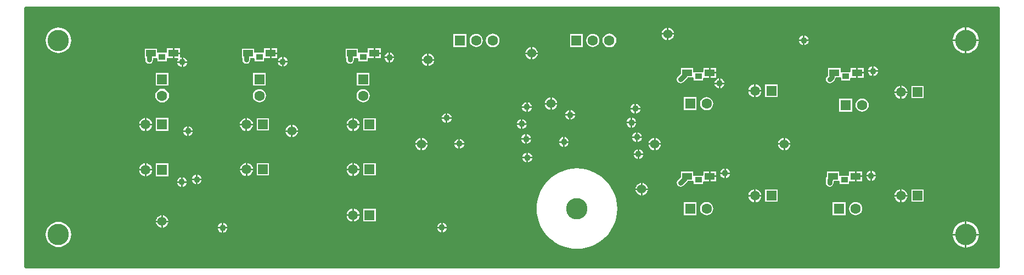
<source format=gbl>
G04*
G04 #@! TF.GenerationSoftware,Altium Limited,Altium Designer,21.7.1 (17)*
G04*
G04 Layer_Physical_Order=2*
G04 Layer_Color=16711680*
%FSLAX25Y25*%
%MOIN*%
G70*
G04*
G04 #@! TF.SameCoordinates,69AEE675-6442-4B96-895B-D7522D75E31D*
G04*
G04*
G04 #@! TF.FilePolarity,Positive*
G04*
G01*
G75*
%ADD11C,0.01968*%
%ADD51C,0.03000*%
%ADD52R,0.06299X0.06299*%
%ADD53C,0.06299*%
%ADD54C,0.13000*%
%ADD55R,0.06299X0.06299*%
%ADD56C,0.06299*%
%ADD57R,0.06299X0.06299*%
%ADD58C,0.05906*%
%ADD59R,0.05906X0.05906*%
%ADD60C,0.03937*%
%ADD61C,0.05512*%
%ADD62C,0.02756*%
%ADD63R,0.03937X0.03543*%
%ADD64R,0.05906X0.03937*%
G36*
X590551Y0D02*
Y-157480D01*
X0Y-157480D01*
Y0D01*
X590551Y0D01*
D02*
G37*
%LPC*%
G36*
X390264Y-12026D02*
Y-15248D01*
X393486D01*
X393423Y-14767D01*
X393044Y-13854D01*
X392442Y-13069D01*
X391658Y-12467D01*
X390744Y-12089D01*
X390264Y-12026D01*
D02*
G37*
G36*
X389264D02*
X388783Y-12089D01*
X387870Y-12467D01*
X387085Y-13069D01*
X386483Y-13854D01*
X386105Y-14767D01*
X386041Y-15248D01*
X389264D01*
Y-12026D01*
D02*
G37*
G36*
X571366Y-11796D02*
Y-19185D01*
X578755D01*
X578652Y-18136D01*
X578200Y-16647D01*
X577466Y-15275D01*
X576479Y-14072D01*
X575276Y-13085D01*
X573904Y-12351D01*
X572415Y-11899D01*
X571366Y-11796D01*
D02*
G37*
G36*
X570366D02*
X569317Y-11899D01*
X567828Y-12351D01*
X566456Y-13085D01*
X565253Y-14072D01*
X564266Y-15275D01*
X563532Y-16647D01*
X563081Y-18136D01*
X562977Y-19185D01*
X570366D01*
Y-11796D01*
D02*
G37*
G36*
X472941Y-16757D02*
Y-19185D01*
X475369D01*
X475333Y-18910D01*
X475034Y-18188D01*
X474558Y-17568D01*
X473938Y-17092D01*
X473216Y-16793D01*
X472941Y-16757D01*
D02*
G37*
G36*
X471941D02*
X471666Y-16793D01*
X470944Y-17092D01*
X470324Y-17568D01*
X469848Y-18188D01*
X469549Y-18910D01*
X469513Y-19185D01*
X471941D01*
Y-16757D01*
D02*
G37*
G36*
X393486Y-16248D02*
X390264D01*
Y-19470D01*
X390744Y-19407D01*
X391658Y-19029D01*
X392442Y-18427D01*
X393044Y-17642D01*
X393423Y-16728D01*
X393486Y-16248D01*
D02*
G37*
G36*
X389264D02*
X386041D01*
X386105Y-16728D01*
X386483Y-17642D01*
X387085Y-18427D01*
X387870Y-19029D01*
X388783Y-19407D01*
X389264Y-19470D01*
Y-16248D01*
D02*
G37*
G36*
X475369Y-20185D02*
X472941D01*
Y-22613D01*
X473216Y-22577D01*
X473938Y-22278D01*
X474558Y-21802D01*
X475034Y-21182D01*
X475333Y-20460D01*
X475369Y-20185D01*
D02*
G37*
G36*
X471941D02*
X469513D01*
X469549Y-20460D01*
X469848Y-21182D01*
X470324Y-21802D01*
X470944Y-22278D01*
X471666Y-22577D01*
X471941Y-22613D01*
Y-20185D01*
D02*
G37*
G36*
X338280Y-15735D02*
X330381D01*
Y-23635D01*
X338280D01*
Y-15735D01*
D02*
G37*
G36*
X267414D02*
X259515D01*
Y-23635D01*
X267414D01*
Y-15735D01*
D02*
G37*
G36*
X344331Y-15701D02*
X343300Y-15837D01*
X342339Y-16235D01*
X341514Y-16868D01*
X340881Y-17693D01*
X340483Y-18654D01*
X340347Y-19685D01*
X340483Y-20716D01*
X340881Y-21677D01*
X341514Y-22502D01*
X342339Y-23135D01*
X343300Y-23533D01*
X344331Y-23669D01*
X345362Y-23533D01*
X346323Y-23135D01*
X347148Y-22502D01*
X347781Y-21677D01*
X348179Y-20716D01*
X348314Y-19685D01*
X348179Y-18654D01*
X347781Y-17693D01*
X347148Y-16868D01*
X346323Y-16235D01*
X345362Y-15837D01*
X344331Y-15701D01*
D02*
G37*
G36*
X273465D02*
X272433Y-15837D01*
X271473Y-16235D01*
X270648Y-16868D01*
X270015Y-17693D01*
X269617Y-18654D01*
X269481Y-19685D01*
X269617Y-20716D01*
X270015Y-21677D01*
X270648Y-22502D01*
X271473Y-23135D01*
X272433Y-23533D01*
X273465Y-23669D01*
X274496Y-23533D01*
X275456Y-23135D01*
X276281Y-22502D01*
X276915Y-21677D01*
X277312Y-20716D01*
X277448Y-19685D01*
X277312Y-18654D01*
X276915Y-17693D01*
X276281Y-16868D01*
X275456Y-16235D01*
X274496Y-15837D01*
X273465Y-15701D01*
D02*
G37*
G36*
X354331Y-15500D02*
X353247Y-15642D01*
X352238Y-16060D01*
X351371Y-16725D01*
X350706Y-17592D01*
X350288Y-18602D01*
X350145Y-19685D01*
X350288Y-20768D01*
X350706Y-21778D01*
X351371Y-22645D01*
X352238Y-23310D01*
X353247Y-23728D01*
X354331Y-23870D01*
X355414Y-23728D01*
X356423Y-23310D01*
X357290Y-22645D01*
X357955Y-21778D01*
X358373Y-20768D01*
X358516Y-19685D01*
X358373Y-18602D01*
X357955Y-17592D01*
X357290Y-16725D01*
X356423Y-16060D01*
X355414Y-15642D01*
X354331Y-15500D01*
D02*
G37*
G36*
X283465D02*
X282381Y-15642D01*
X281372Y-16060D01*
X280505Y-16725D01*
X279840Y-17592D01*
X279422Y-18602D01*
X279279Y-19685D01*
X279422Y-20768D01*
X279840Y-21778D01*
X280505Y-22645D01*
X281372Y-23310D01*
X282381Y-23728D01*
X283465Y-23870D01*
X284548Y-23728D01*
X285557Y-23310D01*
X286424Y-22645D01*
X287089Y-21778D01*
X287507Y-20768D01*
X287650Y-19685D01*
X287507Y-18602D01*
X287089Y-17592D01*
X286424Y-16725D01*
X285557Y-16060D01*
X284548Y-15642D01*
X283465Y-15500D01*
D02*
G37*
G36*
X307587Y-23837D02*
Y-27059D01*
X310809D01*
X310746Y-26579D01*
X310367Y-25665D01*
X309765Y-24880D01*
X308981Y-24278D01*
X308067Y-23900D01*
X307587Y-23837D01*
D02*
G37*
G36*
X306587D02*
X306106Y-23900D01*
X305192Y-24278D01*
X304408Y-24880D01*
X303806Y-25665D01*
X303427Y-26579D01*
X303364Y-27059D01*
X306587D01*
Y-23837D01*
D02*
G37*
G36*
X215567Y-24591D02*
X212114D01*
Y-27059D01*
X215567D01*
Y-24591D01*
D02*
G37*
G36*
X152575D02*
X149122D01*
Y-27059D01*
X152575D01*
Y-24591D01*
D02*
G37*
G36*
X93520D02*
X90067D01*
Y-27059D01*
X93520D01*
Y-24591D01*
D02*
G37*
G36*
X211114D02*
X207661D01*
Y-26723D01*
X207493Y-27153D01*
X207161Y-27153D01*
X202087D01*
X201956Y-27153D01*
X201587Y-26835D01*
Y-24791D01*
X194082D01*
Y-30328D01*
X194505D01*
Y-31496D01*
X194684Y-32394D01*
X195192Y-33154D01*
X195953Y-33663D01*
X196850Y-33841D01*
X197748Y-33663D01*
X198509Y-33154D01*
X199017Y-32394D01*
X199196Y-31496D01*
Y-30328D01*
X201456D01*
X201587Y-30328D01*
X201956Y-30645D01*
Y-32296D01*
X207493D01*
Y-30958D01*
X207661Y-30528D01*
X207993Y-30528D01*
X211114D01*
Y-27559D01*
Y-24591D01*
D02*
G37*
G36*
X148122D02*
X144669D01*
Y-26723D01*
X144501Y-27153D01*
X144169Y-27153D01*
X139095D01*
X138964Y-27153D01*
X138595Y-26835D01*
Y-24791D01*
X131090D01*
Y-30328D01*
X131513D01*
Y-31496D01*
X131692Y-32394D01*
X132200Y-33154D01*
X132961Y-33663D01*
X133858Y-33841D01*
X134756Y-33663D01*
X135517Y-33154D01*
X136025Y-32394D01*
X136203Y-31496D01*
Y-30328D01*
X138464D01*
X138595Y-30328D01*
X138964Y-30645D01*
Y-32296D01*
X144501D01*
Y-30958D01*
X144669Y-30528D01*
X145001Y-30528D01*
X148122D01*
Y-27559D01*
Y-24591D01*
D02*
G37*
G36*
X89067D02*
X85614D01*
Y-26723D01*
X85446Y-27153D01*
X85114Y-27153D01*
X80040D01*
X79909Y-27153D01*
X79540Y-26835D01*
Y-24791D01*
X72035D01*
Y-30328D01*
X72458D01*
Y-31496D01*
X72637Y-32394D01*
X73145Y-33154D01*
X73906Y-33663D01*
X74803Y-33841D01*
X75701Y-33663D01*
X76461Y-33154D01*
X76970Y-32394D01*
X77148Y-31496D01*
Y-30328D01*
X79409D01*
X79540Y-30328D01*
X79909Y-30645D01*
Y-32296D01*
X85446D01*
Y-30958D01*
X85614Y-30528D01*
X85946Y-30528D01*
X89067D01*
Y-27559D01*
Y-24591D01*
D02*
G37*
G36*
X19685Y-11948D02*
X18176Y-12096D01*
X16724Y-12537D01*
X15386Y-13252D01*
X14214Y-14214D01*
X13252Y-15386D01*
X12537Y-16724D01*
X12096Y-18176D01*
X11948Y-19685D01*
X12096Y-21194D01*
X12537Y-22646D01*
X13252Y-23984D01*
X14214Y-25156D01*
X15386Y-26118D01*
X16724Y-26833D01*
X18176Y-27274D01*
X19685Y-27422D01*
X21194Y-27274D01*
X22646Y-26833D01*
X23984Y-26118D01*
X25156Y-25156D01*
X26118Y-23984D01*
X26833Y-22646D01*
X27274Y-21194D01*
X27422Y-19685D01*
X27274Y-18176D01*
X26833Y-16724D01*
X26118Y-15386D01*
X25156Y-14214D01*
X23984Y-13252D01*
X22646Y-12537D01*
X21194Y-12096D01*
X19685Y-11948D01*
D02*
G37*
G36*
X578755Y-20185D02*
X571366D01*
Y-27574D01*
X572415Y-27471D01*
X573904Y-27019D01*
X575276Y-26285D01*
X576479Y-25298D01*
X577466Y-24095D01*
X578200Y-22723D01*
X578652Y-21234D01*
X578755Y-20185D01*
D02*
G37*
G36*
X570366D02*
X562977D01*
X563081Y-21234D01*
X563532Y-22723D01*
X564266Y-24095D01*
X565253Y-25298D01*
X566456Y-26285D01*
X567828Y-27019D01*
X569317Y-27471D01*
X570366Y-27574D01*
Y-20185D01*
D02*
G37*
G36*
X221266Y-27182D02*
Y-29610D01*
X223695D01*
X223658Y-29335D01*
X223359Y-28613D01*
X222884Y-27993D01*
X222263Y-27517D01*
X221541Y-27218D01*
X221266Y-27182D01*
D02*
G37*
G36*
X220266D02*
X219991Y-27218D01*
X219269Y-27517D01*
X218649Y-27993D01*
X218173Y-28613D01*
X217874Y-29335D01*
X217838Y-29610D01*
X220266D01*
Y-27182D01*
D02*
G37*
G36*
X215567Y-28059D02*
X212114D01*
Y-30528D01*
X215567D01*
Y-28059D01*
D02*
G37*
G36*
X152575D02*
X149122D01*
Y-30528D01*
X152575D01*
Y-28059D01*
D02*
G37*
G36*
X244595Y-27774D02*
Y-30996D01*
X247817D01*
X247754Y-30516D01*
X247375Y-29602D01*
X246773Y-28817D01*
X245989Y-28215D01*
X245075Y-27837D01*
X244595Y-27774D01*
D02*
G37*
G36*
X243595D02*
X243114Y-27837D01*
X242200Y-28215D01*
X241416Y-28817D01*
X240814Y-29602D01*
X240435Y-30516D01*
X240372Y-30996D01*
X243595D01*
Y-27774D01*
D02*
G37*
G36*
X310809Y-28059D02*
X307587D01*
Y-31282D01*
X308067Y-31218D01*
X308981Y-30840D01*
X309765Y-30238D01*
X310367Y-29453D01*
X310746Y-28540D01*
X310809Y-28059D01*
D02*
G37*
G36*
X306587D02*
X303364D01*
X303427Y-28540D01*
X303806Y-29453D01*
X304408Y-30238D01*
X305192Y-30840D01*
X306106Y-31218D01*
X306587Y-31282D01*
Y-28059D01*
D02*
G37*
G36*
X156448Y-29702D02*
Y-32130D01*
X158876D01*
X158840Y-31855D01*
X158541Y-31133D01*
X158065Y-30513D01*
X157445Y-30037D01*
X156723Y-29738D01*
X156448Y-29702D01*
D02*
G37*
G36*
X155448D02*
X155173Y-29738D01*
X154451Y-30037D01*
X153831Y-30513D01*
X153355Y-31133D01*
X153056Y-31855D01*
X153020Y-32130D01*
X155448D01*
Y-29702D01*
D02*
G37*
G36*
X95410Y-29982D02*
Y-32410D01*
X97838D01*
X97802Y-32135D01*
X97503Y-31413D01*
X97027Y-30793D01*
X96407Y-30317D01*
X95685Y-30018D01*
X95410Y-29982D01*
D02*
G37*
G36*
X93520Y-28059D02*
X90067D01*
Y-30528D01*
X92366D01*
X92612Y-31028D01*
X92317Y-31413D01*
X92018Y-32135D01*
X91981Y-32410D01*
X94410D01*
Y-29982D01*
X94135Y-30018D01*
X93935Y-30101D01*
X93520Y-29823D01*
Y-28059D01*
D02*
G37*
G36*
X223695Y-30610D02*
X221266D01*
Y-33038D01*
X221541Y-33002D01*
X222263Y-32703D01*
X222884Y-32227D01*
X223359Y-31607D01*
X223658Y-30885D01*
X223695Y-30610D01*
D02*
G37*
G36*
X220266D02*
X217838D01*
X217874Y-30885D01*
X218173Y-31607D01*
X218649Y-32227D01*
X219269Y-32703D01*
X219991Y-33002D01*
X220266Y-33038D01*
Y-30610D01*
D02*
G37*
G36*
X247817Y-31996D02*
X244595D01*
Y-35219D01*
X245075Y-35155D01*
X245989Y-34777D01*
X246773Y-34175D01*
X247375Y-33390D01*
X247754Y-32476D01*
X247817Y-31996D01*
D02*
G37*
G36*
X243595D02*
X240372D01*
X240435Y-32476D01*
X240814Y-33390D01*
X241416Y-34175D01*
X242200Y-34777D01*
X243114Y-35155D01*
X243595Y-35219D01*
Y-31996D01*
D02*
G37*
G36*
X158876Y-33130D02*
X156448D01*
Y-35558D01*
X156723Y-35522D01*
X157445Y-35223D01*
X158065Y-34747D01*
X158541Y-34127D01*
X158840Y-33405D01*
X158876Y-33130D01*
D02*
G37*
G36*
X155448D02*
X153020D01*
X153056Y-33405D01*
X153355Y-34127D01*
X153831Y-34747D01*
X154451Y-35223D01*
X155173Y-35522D01*
X155448Y-35558D01*
Y-33130D01*
D02*
G37*
G36*
X97838Y-33410D02*
X95410D01*
Y-35838D01*
X95685Y-35802D01*
X96407Y-35503D01*
X97027Y-35027D01*
X97503Y-34407D01*
X97802Y-33685D01*
X97838Y-33410D01*
D02*
G37*
G36*
X94410D02*
X91981D01*
X92018Y-33685D01*
X92317Y-34407D01*
X92792Y-35027D01*
X93413Y-35503D01*
X94135Y-35802D01*
X94410Y-35838D01*
Y-33410D01*
D02*
G37*
G36*
X514978Y-35441D02*
Y-37870D01*
X517407D01*
X517371Y-37595D01*
X517071Y-36873D01*
X516596Y-36253D01*
X515976Y-35777D01*
X515253Y-35478D01*
X514978Y-35441D01*
D02*
G37*
G36*
X513978D02*
X513703Y-35478D01*
X512981Y-35777D01*
X512361Y-36253D01*
X511885Y-36873D01*
X511586Y-37595D01*
X511550Y-37870D01*
X513978D01*
Y-35441D01*
D02*
G37*
G36*
X508716Y-36402D02*
X505264D01*
Y-38870D01*
X508716D01*
Y-36402D01*
D02*
G37*
G36*
X419307D02*
X415854D01*
Y-38870D01*
X419307D01*
Y-36402D01*
D02*
G37*
G36*
X504264D02*
X500811D01*
Y-38534D01*
X500642Y-38964D01*
X500311Y-38964D01*
X495237D01*
X495106Y-38964D01*
X494737Y-38646D01*
Y-36602D01*
X487231D01*
Y-39612D01*
X487186Y-39839D01*
Y-40993D01*
X486531Y-41649D01*
X486022Y-42410D01*
X485844Y-43307D01*
X486022Y-44205D01*
X486531Y-44965D01*
X487292Y-45474D01*
X488189Y-45652D01*
X489086Y-45474D01*
X489847Y-44965D01*
X491190Y-43623D01*
X491698Y-42862D01*
X491842Y-42139D01*
X494605D01*
X494737Y-42139D01*
X495106Y-42456D01*
Y-44107D01*
X500642D01*
Y-42769D01*
X500811Y-42339D01*
X501143Y-42339D01*
X504264D01*
Y-39370D01*
Y-36402D01*
D02*
G37*
G36*
X414854D02*
X411402D01*
Y-38534D01*
X411233Y-38964D01*
X410902Y-38964D01*
X405828D01*
X405696Y-38964D01*
X405328Y-38646D01*
Y-36602D01*
X397822D01*
Y-39612D01*
X397777Y-39839D01*
Y-39851D01*
X395980Y-41649D01*
X395471Y-42410D01*
X395293Y-43307D01*
Y-43419D01*
X395471Y-44317D01*
X395980Y-45077D01*
X396740Y-45586D01*
X397638Y-45764D01*
X398535Y-45586D01*
X399296Y-45077D01*
X399522Y-44740D01*
X401780Y-42481D01*
X402009Y-42139D01*
X405196D01*
X405328Y-42139D01*
X405696Y-42456D01*
Y-44107D01*
X411233D01*
Y-42769D01*
X411402Y-42339D01*
X411733Y-42339D01*
X414854D01*
Y-39370D01*
Y-36402D01*
D02*
G37*
G36*
X517407Y-38870D02*
X514978D01*
Y-41298D01*
X515253Y-41262D01*
X515976Y-40963D01*
X516596Y-40487D01*
X517071Y-39867D01*
X517371Y-39145D01*
X517407Y-38870D01*
D02*
G37*
G36*
X513978D02*
X511550D01*
X511586Y-39145D01*
X511885Y-39867D01*
X512361Y-40487D01*
X512981Y-40963D01*
X513703Y-41262D01*
X513978Y-41298D01*
Y-38870D01*
D02*
G37*
G36*
X508716Y-39870D02*
X505264D01*
Y-42339D01*
X508716D01*
Y-39870D01*
D02*
G37*
G36*
X419307D02*
X415854D01*
Y-42339D01*
X419307D01*
Y-39870D01*
D02*
G37*
G36*
X421741Y-42861D02*
Y-45290D01*
X424169D01*
X424133Y-45015D01*
X423834Y-44293D01*
X423358Y-43672D01*
X422738Y-43197D01*
X422016Y-42898D01*
X421741Y-42861D01*
D02*
G37*
G36*
X420741D02*
X420466Y-42898D01*
X419744Y-43197D01*
X419124Y-43672D01*
X418648Y-44293D01*
X418349Y-45015D01*
X418313Y-45290D01*
X420741D01*
Y-42861D01*
D02*
G37*
G36*
X208674Y-39358D02*
X200775D01*
Y-47257D01*
X208674D01*
Y-39358D01*
D02*
G37*
G36*
X145682D02*
X137783D01*
Y-47257D01*
X145682D01*
Y-39358D01*
D02*
G37*
G36*
X86627D02*
X78728D01*
Y-47257D01*
X86627D01*
Y-39358D01*
D02*
G37*
G36*
X424169Y-46290D02*
X421741D01*
Y-48718D01*
X422016Y-48682D01*
X422738Y-48383D01*
X423358Y-47907D01*
X423834Y-47287D01*
X424133Y-46565D01*
X424169Y-46290D01*
D02*
G37*
G36*
X420741D02*
X418313D01*
X418349Y-46565D01*
X418648Y-47287D01*
X419124Y-47907D01*
X419744Y-48383D01*
X420466Y-48682D01*
X420741Y-48718D01*
Y-46290D01*
D02*
G37*
G36*
X443256Y-46399D02*
Y-49820D01*
X446677D01*
X446607Y-49288D01*
X446209Y-48327D01*
X445575Y-47501D01*
X444749Y-46868D01*
X443788Y-46469D01*
X443256Y-46399D01*
D02*
G37*
G36*
X442256D02*
X441724Y-46469D01*
X440763Y-46868D01*
X439937Y-47501D01*
X439303Y-48327D01*
X438905Y-49288D01*
X438835Y-49820D01*
X442256D01*
Y-46399D01*
D02*
G37*
G36*
X531996Y-47260D02*
Y-50681D01*
X535417D01*
X535347Y-50149D01*
X534949Y-49188D01*
X534315Y-48362D01*
X533490Y-47728D01*
X532528Y-47330D01*
X531996Y-47260D01*
D02*
G37*
G36*
X530996D02*
X530464Y-47330D01*
X529503Y-47728D01*
X528677Y-48362D01*
X528043Y-49188D01*
X527645Y-50149D01*
X527575Y-50681D01*
X530996D01*
Y-47260D01*
D02*
G37*
G36*
X456509Y-46568D02*
X449003D01*
Y-54073D01*
X456509D01*
Y-46568D01*
D02*
G37*
G36*
X446677Y-50820D02*
X443256D01*
Y-54241D01*
X443788Y-54171D01*
X444749Y-53773D01*
X445575Y-53140D01*
X446209Y-52314D01*
X446607Y-51352D01*
X446677Y-50820D01*
D02*
G37*
G36*
X442256D02*
X438835D01*
X438905Y-51352D01*
X439303Y-52314D01*
X439937Y-53140D01*
X440763Y-53773D01*
X441724Y-54171D01*
X442256Y-54241D01*
Y-50820D01*
D02*
G37*
G36*
X545249Y-47428D02*
X537743D01*
Y-54934D01*
X545249D01*
Y-47428D01*
D02*
G37*
G36*
X535417Y-51681D02*
X531996D01*
Y-55102D01*
X532528Y-55032D01*
X533490Y-54634D01*
X534315Y-54000D01*
X534949Y-53175D01*
X535347Y-52213D01*
X535417Y-51681D01*
D02*
G37*
G36*
X530996D02*
X527575D01*
X527645Y-52213D01*
X528043Y-53175D01*
X528677Y-54000D01*
X529503Y-54634D01*
X530464Y-55032D01*
X530996Y-55102D01*
Y-51681D01*
D02*
G37*
G36*
X204724Y-49323D02*
X203693Y-49459D01*
X202733Y-49857D01*
X201907Y-50490D01*
X201274Y-51315D01*
X200876Y-52276D01*
X200741Y-53307D01*
X200876Y-54338D01*
X201274Y-55299D01*
X201907Y-56124D01*
X202733Y-56757D01*
X203693Y-57155D01*
X204724Y-57291D01*
X205755Y-57155D01*
X206716Y-56757D01*
X207541Y-56124D01*
X208174Y-55299D01*
X208572Y-54338D01*
X208708Y-53307D01*
X208572Y-52276D01*
X208174Y-51315D01*
X207541Y-50490D01*
X206716Y-49857D01*
X205755Y-49459D01*
X204724Y-49323D01*
D02*
G37*
G36*
X141732D02*
X140701Y-49459D01*
X139740Y-49857D01*
X138915Y-50490D01*
X138282Y-51315D01*
X137884Y-52276D01*
X137749Y-53307D01*
X137884Y-54338D01*
X138282Y-55299D01*
X138915Y-56124D01*
X139740Y-56757D01*
X140701Y-57155D01*
X141732Y-57291D01*
X142763Y-57155D01*
X143724Y-56757D01*
X144549Y-56124D01*
X145182Y-55299D01*
X145580Y-54338D01*
X145716Y-53307D01*
X145580Y-52276D01*
X145182Y-51315D01*
X144549Y-50490D01*
X143724Y-49857D01*
X142763Y-49459D01*
X141732Y-49323D01*
D02*
G37*
G36*
X82677Y-49122D02*
X81594Y-49264D01*
X80585Y-49682D01*
X79718Y-50348D01*
X79053Y-51214D01*
X78634Y-52224D01*
X78492Y-53307D01*
X78634Y-54390D01*
X79053Y-55400D01*
X79718Y-56267D01*
X80585Y-56932D01*
X81594Y-57350D01*
X82677Y-57493D01*
X83760Y-57350D01*
X84770Y-56932D01*
X85637Y-56267D01*
X86302Y-55400D01*
X86720Y-54390D01*
X86863Y-53307D01*
X86720Y-52224D01*
X86302Y-51214D01*
X85637Y-50348D01*
X84770Y-49682D01*
X83760Y-49264D01*
X82677Y-49122D01*
D02*
G37*
G36*
X319398Y-54472D02*
Y-57694D01*
X322620D01*
X322557Y-57214D01*
X322178Y-56300D01*
X321576Y-55516D01*
X320792Y-54914D01*
X319878Y-54535D01*
X319398Y-54472D01*
D02*
G37*
G36*
X318398D02*
X317917Y-54535D01*
X317003Y-54914D01*
X316219Y-55516D01*
X315617Y-56300D01*
X315238Y-57214D01*
X315175Y-57694D01*
X318398D01*
Y-54472D01*
D02*
G37*
G36*
X304704Y-57281D02*
Y-59709D01*
X307133D01*
X307096Y-59434D01*
X306797Y-58712D01*
X306321Y-58092D01*
X305701Y-57616D01*
X304979Y-57317D01*
X304704Y-57281D01*
D02*
G37*
G36*
X303704D02*
X303429Y-57317D01*
X302707Y-57616D01*
X302087Y-58092D01*
X301611Y-58712D01*
X301312Y-59434D01*
X301276Y-59709D01*
X303704D01*
Y-57281D01*
D02*
G37*
G36*
X370642Y-58261D02*
Y-60689D01*
X373071D01*
X373035Y-60414D01*
X372735Y-59692D01*
X372260Y-59072D01*
X371639Y-58596D01*
X370917Y-58297D01*
X370642Y-58261D01*
D02*
G37*
G36*
X369642D02*
X369368Y-58297D01*
X368645Y-58596D01*
X368025Y-59072D01*
X367549Y-59692D01*
X367250Y-60414D01*
X367214Y-60689D01*
X369642D01*
Y-58261D01*
D02*
G37*
G36*
X322620Y-58694D02*
X319398D01*
Y-61917D01*
X319878Y-61854D01*
X320792Y-61475D01*
X321576Y-60873D01*
X322178Y-60088D01*
X322557Y-59175D01*
X322620Y-58694D01*
D02*
G37*
G36*
X318398D02*
X315175D01*
X315238Y-59175D01*
X315617Y-60088D01*
X316219Y-60873D01*
X317003Y-61475D01*
X317917Y-61854D01*
X318398Y-61917D01*
Y-58694D01*
D02*
G37*
G36*
X407335Y-54245D02*
X399436D01*
Y-62144D01*
X407335D01*
Y-54245D01*
D02*
G37*
G36*
X413386Y-54211D02*
X412355Y-54346D01*
X411394Y-54744D01*
X410569Y-55378D01*
X409936Y-56203D01*
X409538Y-57163D01*
X409402Y-58194D01*
X409538Y-59225D01*
X409936Y-60186D01*
X410569Y-61011D01*
X411394Y-61644D01*
X412355Y-62042D01*
X413386Y-62178D01*
X414417Y-62042D01*
X415378Y-61644D01*
X416203Y-61011D01*
X416836Y-60186D01*
X417234Y-59225D01*
X417370Y-58194D01*
X417234Y-57163D01*
X416836Y-56203D01*
X416203Y-55378D01*
X415378Y-54744D01*
X414417Y-54346D01*
X413386Y-54211D01*
D02*
G37*
G36*
X501824Y-55106D02*
X493924D01*
Y-63005D01*
X501824D01*
Y-55106D01*
D02*
G37*
G36*
X507874Y-55071D02*
X506843Y-55207D01*
X505882Y-55605D01*
X505057Y-56238D01*
X504424Y-57063D01*
X504026Y-58024D01*
X503890Y-59055D01*
X504026Y-60086D01*
X504424Y-61047D01*
X505057Y-61872D01*
X505882Y-62505D01*
X506843Y-62903D01*
X507874Y-63039D01*
X508905Y-62903D01*
X509866Y-62505D01*
X510691Y-61872D01*
X511324Y-61047D01*
X511722Y-60086D01*
X511858Y-59055D01*
X511722Y-58024D01*
X511324Y-57063D01*
X510691Y-56238D01*
X509866Y-55605D01*
X508905Y-55207D01*
X507874Y-55071D01*
D02*
G37*
G36*
X307133Y-60709D02*
X304704D01*
Y-63138D01*
X304979Y-63102D01*
X305701Y-62802D01*
X306321Y-62327D01*
X306797Y-61706D01*
X307096Y-60984D01*
X307133Y-60709D01*
D02*
G37*
G36*
X303704D02*
X301276D01*
X301312Y-60984D01*
X301611Y-61706D01*
X302087Y-62327D01*
X302707Y-62802D01*
X303429Y-63102D01*
X303704Y-63138D01*
Y-60709D01*
D02*
G37*
G36*
X373071Y-61689D02*
X370642D01*
Y-64118D01*
X370917Y-64081D01*
X371639Y-63782D01*
X372260Y-63306D01*
X372735Y-62686D01*
X373035Y-61964D01*
X373071Y-61689D01*
D02*
G37*
G36*
X369642D02*
X367214D01*
X367250Y-61964D01*
X367549Y-62686D01*
X368025Y-63306D01*
X368645Y-63782D01*
X369368Y-64081D01*
X369642Y-64118D01*
Y-61689D01*
D02*
G37*
G36*
X331024Y-62041D02*
Y-64469D01*
X333452D01*
X333416Y-64194D01*
X333116Y-63472D01*
X332641Y-62852D01*
X332020Y-62376D01*
X331298Y-62077D01*
X331024Y-62041D01*
D02*
G37*
G36*
X330024D02*
X329749Y-62077D01*
X329026Y-62376D01*
X328406Y-62852D01*
X327930Y-63472D01*
X327631Y-64194D01*
X327595Y-64469D01*
X330024D01*
Y-62041D01*
D02*
G37*
G36*
X255985Y-64001D02*
Y-66429D01*
X258414D01*
X258378Y-66154D01*
X258078Y-65432D01*
X257603Y-64812D01*
X256982Y-64336D01*
X256260Y-64037D01*
X255985Y-64001D01*
D02*
G37*
G36*
X254985D02*
X254711Y-64037D01*
X253988Y-64336D01*
X253368Y-64812D01*
X252892Y-65432D01*
X252593Y-66154D01*
X252557Y-66429D01*
X254985D01*
Y-64001D01*
D02*
G37*
G36*
X333452Y-65469D02*
X331024D01*
Y-67898D01*
X331298Y-67861D01*
X332020Y-67562D01*
X332641Y-67086D01*
X333116Y-66466D01*
X333416Y-65744D01*
X333452Y-65469D01*
D02*
G37*
G36*
X330024D02*
X327595D01*
X327631Y-65744D01*
X327930Y-66466D01*
X328406Y-67086D01*
X329026Y-67562D01*
X329749Y-67861D01*
X330024Y-67898D01*
Y-65469D01*
D02*
G37*
G36*
X368263Y-66801D02*
Y-69229D01*
X370691D01*
X370655Y-68954D01*
X370356Y-68232D01*
X369880Y-67612D01*
X369260Y-67136D01*
X368537Y-66837D01*
X368263Y-66801D01*
D02*
G37*
G36*
X367263D02*
X366988Y-66837D01*
X366265Y-67136D01*
X365645Y-67612D01*
X365170Y-68232D01*
X364870Y-68954D01*
X364834Y-69229D01*
X367263D01*
Y-66801D01*
D02*
G37*
G36*
X258414Y-67429D02*
X255985D01*
Y-69858D01*
X256260Y-69821D01*
X256982Y-69522D01*
X257603Y-69046D01*
X258078Y-68426D01*
X258378Y-67704D01*
X258414Y-67429D01*
D02*
G37*
G36*
X254985D02*
X252557D01*
X252593Y-67704D01*
X252892Y-68426D01*
X253368Y-69046D01*
X253988Y-69522D01*
X254711Y-69821D01*
X254985Y-69858D01*
Y-67429D01*
D02*
G37*
G36*
X301624Y-67641D02*
Y-70069D01*
X304053D01*
X304016Y-69794D01*
X303717Y-69072D01*
X303241Y-68452D01*
X302621Y-67976D01*
X301899Y-67677D01*
X301624Y-67641D01*
D02*
G37*
G36*
X300624D02*
X300349Y-67677D01*
X299627Y-67976D01*
X299007Y-68452D01*
X298531Y-69072D01*
X298232Y-69794D01*
X298196Y-70069D01*
X300624D01*
Y-67641D01*
D02*
G37*
G36*
X199161Y-66945D02*
Y-70366D01*
X202582D01*
X202512Y-69834D01*
X202114Y-68873D01*
X201481Y-68047D01*
X200655Y-67413D01*
X199693Y-67015D01*
X199161Y-66945D01*
D02*
G37*
G36*
X198161D02*
X197629Y-67015D01*
X196668Y-67413D01*
X195842Y-68047D01*
X195209Y-68873D01*
X194810Y-69834D01*
X194740Y-70366D01*
X198161D01*
Y-66945D01*
D02*
G37*
G36*
X134358D02*
Y-70366D01*
X137779D01*
X137709Y-69834D01*
X137311Y-68873D01*
X136677Y-68047D01*
X135852Y-67413D01*
X134890Y-67015D01*
X134358Y-66945D01*
D02*
G37*
G36*
X133358D02*
X132826Y-67015D01*
X131865Y-67413D01*
X131039Y-68047D01*
X130405Y-68873D01*
X130007Y-69834D01*
X129937Y-70366D01*
X133358D01*
Y-66945D01*
D02*
G37*
G36*
X73177D02*
Y-70366D01*
X76598D01*
X76528Y-69834D01*
X76130Y-68873D01*
X75496Y-68047D01*
X74671Y-67413D01*
X73709Y-67015D01*
X73177Y-66945D01*
D02*
G37*
G36*
X72177D02*
X71645Y-67015D01*
X70684Y-67413D01*
X69858Y-68047D01*
X69225Y-68873D01*
X68826Y-69834D01*
X68756Y-70366D01*
X72177D01*
Y-66945D01*
D02*
G37*
G36*
X370691Y-70229D02*
X368263D01*
Y-72657D01*
X368537Y-72621D01*
X369260Y-72322D01*
X369880Y-71846D01*
X370356Y-71226D01*
X370655Y-70504D01*
X370691Y-70229D01*
D02*
G37*
G36*
X367263D02*
X364834D01*
X364870Y-70504D01*
X365170Y-71226D01*
X365645Y-71846D01*
X366265Y-72322D01*
X366988Y-72621D01*
X367263Y-72657D01*
Y-70229D01*
D02*
G37*
G36*
X304053Y-71069D02*
X301624D01*
Y-73497D01*
X301899Y-73461D01*
X302621Y-73162D01*
X303241Y-72686D01*
X303717Y-72066D01*
X304016Y-71344D01*
X304053Y-71069D01*
D02*
G37*
G36*
X300624D02*
X298196D01*
X298232Y-71344D01*
X298531Y-72066D01*
X299007Y-72686D01*
X299627Y-73162D01*
X300349Y-73461D01*
X300624Y-73497D01*
Y-71069D01*
D02*
G37*
G36*
X161917Y-71081D02*
Y-74303D01*
X165140D01*
X165076Y-73823D01*
X164698Y-72909D01*
X164096Y-72124D01*
X163312Y-71522D01*
X162398Y-71144D01*
X161917Y-71081D01*
D02*
G37*
G36*
X160917D02*
X160437Y-71144D01*
X159523Y-71522D01*
X158739Y-72124D01*
X158137Y-72909D01*
X157758Y-73823D01*
X157695Y-74303D01*
X160917D01*
Y-71081D01*
D02*
G37*
G36*
X98910Y-71981D02*
Y-74409D01*
X101338D01*
X101302Y-74134D01*
X101003Y-73412D01*
X100527Y-72792D01*
X99907Y-72316D01*
X99185Y-72017D01*
X98910Y-71981D01*
D02*
G37*
G36*
X97910D02*
X97635Y-72017D01*
X96912Y-72316D01*
X96292Y-72792D01*
X95817Y-73412D01*
X95517Y-74134D01*
X95481Y-74409D01*
X97910D01*
Y-71981D01*
D02*
G37*
G36*
X212414Y-67113D02*
X204909D01*
Y-74619D01*
X212414D01*
Y-67113D01*
D02*
G37*
G36*
X147611D02*
X140105D01*
Y-74619D01*
X147611D01*
Y-67113D01*
D02*
G37*
G36*
X202582Y-71366D02*
X199161D01*
Y-74787D01*
X199693Y-74717D01*
X200655Y-74319D01*
X201481Y-73685D01*
X202114Y-72860D01*
X202512Y-71898D01*
X202582Y-71366D01*
D02*
G37*
G36*
X198161D02*
X194740D01*
X194810Y-71898D01*
X195209Y-72860D01*
X195842Y-73685D01*
X196668Y-74319D01*
X197629Y-74717D01*
X198161Y-74787D01*
Y-71366D01*
D02*
G37*
G36*
X137779D02*
X134358D01*
Y-74787D01*
X134890Y-74717D01*
X135852Y-74319D01*
X136677Y-73685D01*
X137311Y-72860D01*
X137709Y-71898D01*
X137779Y-71366D01*
D02*
G37*
G36*
X133358D02*
X129937D01*
X130007Y-71898D01*
X130405Y-72860D01*
X131039Y-73685D01*
X131865Y-74319D01*
X132826Y-74717D01*
X133358Y-74787D01*
Y-71366D01*
D02*
G37*
G36*
X76598D02*
X73177D01*
Y-74787D01*
X73709Y-74717D01*
X74671Y-74319D01*
X75496Y-73685D01*
X76130Y-72860D01*
X76528Y-71898D01*
X76598Y-71366D01*
D02*
G37*
G36*
X72177D02*
X68756D01*
X68826Y-71898D01*
X69225Y-72860D01*
X69858Y-73685D01*
X70684Y-74319D01*
X71645Y-74717D01*
X72177Y-74787D01*
Y-71366D01*
D02*
G37*
G36*
X86630Y-66913D02*
X78724D01*
Y-74819D01*
X86630D01*
Y-66913D01*
D02*
G37*
G36*
X101338Y-75409D02*
X98910D01*
Y-77837D01*
X99185Y-77801D01*
X99907Y-77502D01*
X100527Y-77026D01*
X101003Y-76406D01*
X101302Y-75684D01*
X101338Y-75409D01*
D02*
G37*
G36*
X97910D02*
X95481D01*
X95517Y-75684D01*
X95817Y-76406D01*
X96292Y-77026D01*
X96912Y-77502D01*
X97635Y-77801D01*
X97910Y-77837D01*
Y-75409D01*
D02*
G37*
G36*
X371622Y-75621D02*
Y-78049D01*
X374051D01*
X374014Y-77774D01*
X373715Y-77052D01*
X373240Y-76432D01*
X372620Y-75956D01*
X371897Y-75657D01*
X371622Y-75621D01*
D02*
G37*
G36*
X370622D02*
X370347Y-75657D01*
X369625Y-75956D01*
X369005Y-76432D01*
X368529Y-77052D01*
X368230Y-77774D01*
X368194Y-78049D01*
X370622D01*
Y-75621D01*
D02*
G37*
G36*
X165140Y-75303D02*
X161917D01*
Y-78526D01*
X162398Y-78462D01*
X163312Y-78084D01*
X164096Y-77482D01*
X164698Y-76697D01*
X165076Y-75784D01*
X165140Y-75303D01*
D02*
G37*
G36*
X160917D02*
X157695D01*
X157758Y-75784D01*
X158137Y-76697D01*
X158739Y-77482D01*
X159523Y-78084D01*
X160437Y-78462D01*
X160917Y-78526D01*
Y-75303D01*
D02*
G37*
G36*
X304284Y-76740D02*
Y-79169D01*
X306713D01*
X306676Y-78894D01*
X306377Y-78172D01*
X305901Y-77552D01*
X305281Y-77076D01*
X304559Y-76777D01*
X304284Y-76740D01*
D02*
G37*
G36*
X303284D02*
X303009Y-76777D01*
X302287Y-77076D01*
X301667Y-77552D01*
X301191Y-78172D01*
X300892Y-78894D01*
X300856Y-79169D01*
X303284D01*
Y-76740D01*
D02*
G37*
G36*
X327244Y-78561D02*
Y-80989D01*
X329672D01*
X329636Y-80714D01*
X329337Y-79992D01*
X328861Y-79372D01*
X328241Y-78896D01*
X327519Y-78597D01*
X327244Y-78561D01*
D02*
G37*
G36*
X326244D02*
X325969Y-78597D01*
X325247Y-78896D01*
X324626Y-79372D01*
X324151Y-79992D01*
X323851Y-80714D01*
X323815Y-80989D01*
X326244D01*
Y-78561D01*
D02*
G37*
G36*
X374051Y-79049D02*
X371622D01*
Y-81477D01*
X371897Y-81441D01*
X372620Y-81142D01*
X373240Y-80666D01*
X373715Y-80046D01*
X374014Y-79324D01*
X374051Y-79049D01*
D02*
G37*
G36*
X370622D02*
X368194D01*
X368230Y-79324D01*
X368529Y-80046D01*
X369005Y-80666D01*
X369625Y-81142D01*
X370347Y-81441D01*
X370622Y-81477D01*
Y-79049D01*
D02*
G37*
G36*
X263685Y-79681D02*
Y-82109D01*
X266113D01*
X266077Y-81834D01*
X265778Y-81112D01*
X265302Y-80492D01*
X264682Y-80016D01*
X263960Y-79717D01*
X263685Y-79681D01*
D02*
G37*
G36*
X262685D02*
X262410Y-79717D01*
X261688Y-80016D01*
X261068Y-80492D01*
X260592Y-81112D01*
X260293Y-81834D01*
X260257Y-82109D01*
X262685D01*
Y-79681D01*
D02*
G37*
G36*
X461130Y-78955D02*
Y-82177D01*
X464352D01*
X464289Y-81697D01*
X463911Y-80783D01*
X463309Y-79998D01*
X462524Y-79396D01*
X461610Y-79018D01*
X461130Y-78955D01*
D02*
G37*
G36*
X460130D02*
X459649Y-79018D01*
X458736Y-79396D01*
X457951Y-79998D01*
X457349Y-80783D01*
X456971Y-81697D01*
X456907Y-82177D01*
X460130D01*
Y-78955D01*
D02*
G37*
G36*
X382390D02*
Y-82177D01*
X385612D01*
X385549Y-81697D01*
X385171Y-80783D01*
X384569Y-79998D01*
X383784Y-79396D01*
X382870Y-79018D01*
X382390Y-78955D01*
D02*
G37*
G36*
X381390D02*
X380909Y-79018D01*
X379996Y-79396D01*
X379211Y-79998D01*
X378609Y-80783D01*
X378231Y-81697D01*
X378167Y-82177D01*
X381390D01*
Y-78955D01*
D02*
G37*
G36*
X240657D02*
Y-82177D01*
X243880D01*
X243817Y-81697D01*
X243438Y-80783D01*
X242836Y-79998D01*
X242052Y-79396D01*
X241138Y-79018D01*
X240657Y-78955D01*
D02*
G37*
G36*
X239657D02*
X239177Y-79018D01*
X238263Y-79396D01*
X237479Y-79998D01*
X236877Y-80783D01*
X236498Y-81697D01*
X236435Y-82177D01*
X239657D01*
Y-78955D01*
D02*
G37*
G36*
X306713Y-80169D02*
X304284D01*
Y-82597D01*
X304559Y-82561D01*
X305281Y-82262D01*
X305901Y-81786D01*
X306377Y-81166D01*
X306676Y-80444D01*
X306713Y-80169D01*
D02*
G37*
G36*
X303284D02*
X300856D01*
X300892Y-80444D01*
X301191Y-81166D01*
X301667Y-81786D01*
X302287Y-82262D01*
X303009Y-82561D01*
X303284Y-82597D01*
Y-80169D01*
D02*
G37*
G36*
X329672Y-81989D02*
X327244D01*
Y-84417D01*
X327519Y-84381D01*
X328241Y-84082D01*
X328861Y-83606D01*
X329337Y-82986D01*
X329636Y-82264D01*
X329672Y-81989D01*
D02*
G37*
G36*
X326244D02*
X323815D01*
X323851Y-82264D01*
X324151Y-82986D01*
X324626Y-83606D01*
X325247Y-84082D01*
X325969Y-84381D01*
X326244Y-84417D01*
Y-81989D01*
D02*
G37*
G36*
X266113Y-83109D02*
X263685D01*
Y-85537D01*
X263960Y-85501D01*
X264682Y-85202D01*
X265302Y-84726D01*
X265778Y-84106D01*
X266077Y-83384D01*
X266113Y-83109D01*
D02*
G37*
G36*
X262685D02*
X260257D01*
X260293Y-83384D01*
X260592Y-84106D01*
X261068Y-84726D01*
X261688Y-85202D01*
X262410Y-85501D01*
X262685Y-85537D01*
Y-83109D01*
D02*
G37*
G36*
X464352Y-83177D02*
X461130D01*
Y-86400D01*
X461610Y-86336D01*
X462524Y-85958D01*
X463309Y-85356D01*
X463911Y-84571D01*
X464289Y-83658D01*
X464352Y-83177D01*
D02*
G37*
G36*
X460130D02*
X456907D01*
X456971Y-83658D01*
X457349Y-84571D01*
X457951Y-85356D01*
X458736Y-85958D01*
X459649Y-86336D01*
X460130Y-86400D01*
Y-83177D01*
D02*
G37*
G36*
X385612D02*
X382390D01*
Y-86400D01*
X382870Y-86336D01*
X383784Y-85958D01*
X384569Y-85356D01*
X385171Y-84571D01*
X385549Y-83658D01*
X385612Y-83177D01*
D02*
G37*
G36*
X381390D02*
X378167D01*
X378231Y-83658D01*
X378609Y-84571D01*
X379211Y-85356D01*
X379996Y-85958D01*
X380909Y-86336D01*
X381390Y-86400D01*
Y-83177D01*
D02*
G37*
G36*
X243880D02*
X240657D01*
Y-86400D01*
X241138Y-86336D01*
X242052Y-85958D01*
X242836Y-85356D01*
X243438Y-84571D01*
X243817Y-83658D01*
X243880Y-83177D01*
D02*
G37*
G36*
X239657D02*
X236435D01*
X236498Y-83658D01*
X236877Y-84571D01*
X237479Y-85356D01*
X238263Y-85958D01*
X239177Y-86336D01*
X239657Y-86400D01*
Y-83177D01*
D02*
G37*
G36*
X372462Y-85980D02*
Y-88409D01*
X374891D01*
X374854Y-88134D01*
X374555Y-87411D01*
X374079Y-86791D01*
X373459Y-86316D01*
X372737Y-86016D01*
X372462Y-85980D01*
D02*
G37*
G36*
X371462D02*
X371187Y-86016D01*
X370465Y-86316D01*
X369845Y-86791D01*
X369369Y-87411D01*
X369070Y-88134D01*
X369034Y-88409D01*
X371462D01*
Y-85980D01*
D02*
G37*
G36*
X304984Y-88080D02*
Y-90509D01*
X307413D01*
X307376Y-90234D01*
X307077Y-89512D01*
X306601Y-88891D01*
X305981Y-88415D01*
X305259Y-88116D01*
X304984Y-88080D01*
D02*
G37*
G36*
X303984D02*
X303709Y-88116D01*
X302987Y-88415D01*
X302367Y-88891D01*
X301891Y-89512D01*
X301592Y-90234D01*
X301556Y-90509D01*
X303984D01*
Y-88080D01*
D02*
G37*
G36*
X374891Y-89409D02*
X372462D01*
Y-91837D01*
X372737Y-91801D01*
X373459Y-91502D01*
X374079Y-91026D01*
X374555Y-90406D01*
X374854Y-89684D01*
X374891Y-89409D01*
D02*
G37*
G36*
X371462D02*
X369034D01*
X369070Y-89684D01*
X369369Y-90406D01*
X369845Y-91026D01*
X370465Y-91502D01*
X371187Y-91801D01*
X371462Y-91837D01*
Y-89409D01*
D02*
G37*
G36*
X307413Y-91509D02*
X304984D01*
Y-93937D01*
X305259Y-93901D01*
X305981Y-93602D01*
X306601Y-93126D01*
X307077Y-92506D01*
X307376Y-91783D01*
X307413Y-91509D01*
D02*
G37*
G36*
X303984D02*
X301556D01*
X301592Y-91783D01*
X301891Y-92506D01*
X302367Y-93126D01*
X302987Y-93602D01*
X303709Y-93901D01*
X303984Y-93937D01*
Y-91509D01*
D02*
G37*
G36*
X199161Y-94262D02*
Y-97683D01*
X202582D01*
X202512Y-97151D01*
X202114Y-96190D01*
X201481Y-95364D01*
X200655Y-94730D01*
X199693Y-94332D01*
X199161Y-94262D01*
D02*
G37*
G36*
X198161D02*
X197629Y-94332D01*
X196668Y-94730D01*
X195842Y-95364D01*
X195209Y-96190D01*
X194810Y-97151D01*
X194740Y-97683D01*
X198161D01*
Y-94262D01*
D02*
G37*
G36*
X134410D02*
Y-97683D01*
X137831D01*
X137761Y-97151D01*
X137363Y-96190D01*
X136730Y-95364D01*
X135904Y-94730D01*
X134942Y-94332D01*
X134410Y-94262D01*
D02*
G37*
G36*
X133410D02*
X132878Y-94332D01*
X131917Y-94730D01*
X131091Y-95364D01*
X130458Y-96190D01*
X130059Y-97151D01*
X129989Y-97683D01*
X133410D01*
Y-94262D01*
D02*
G37*
G36*
X73177Y-94504D02*
Y-97925D01*
X76598D01*
X76528Y-97393D01*
X76130Y-96432D01*
X75496Y-95606D01*
X74671Y-94972D01*
X73709Y-94574D01*
X73177Y-94504D01*
D02*
G37*
G36*
X72177D02*
X71645Y-94574D01*
X70684Y-94972D01*
X69858Y-95606D01*
X69225Y-96432D01*
X68826Y-97393D01*
X68756Y-97925D01*
X72177D01*
Y-94504D01*
D02*
G37*
G36*
X425101Y-97600D02*
Y-100028D01*
X427529D01*
X427493Y-99753D01*
X427194Y-99031D01*
X426718Y-98411D01*
X426098Y-97935D01*
X425376Y-97636D01*
X425101Y-97600D01*
D02*
G37*
G36*
X424101D02*
X423826Y-97636D01*
X423104Y-97935D01*
X422484Y-98411D01*
X422008Y-99031D01*
X421709Y-99753D01*
X421672Y-100028D01*
X424101D01*
Y-97600D01*
D02*
G37*
G36*
X513858Y-99140D02*
Y-101568D01*
X516287D01*
X516251Y-101293D01*
X515951Y-100571D01*
X515476Y-99951D01*
X514855Y-99475D01*
X514133Y-99176D01*
X513858Y-99140D01*
D02*
G37*
G36*
X512858D02*
X512583Y-99176D01*
X511861Y-99475D01*
X511241Y-99951D01*
X510765Y-100571D01*
X510466Y-101293D01*
X510430Y-101568D01*
X512858D01*
Y-99140D01*
D02*
G37*
G36*
X507890Y-99394D02*
X504437D01*
Y-101862D01*
X507890D01*
Y-99394D01*
D02*
G37*
G36*
X419307D02*
X415854D01*
Y-101862D01*
X419307D01*
Y-99394D01*
D02*
G37*
G36*
X212414Y-94430D02*
X204909D01*
Y-101936D01*
X212414D01*
Y-94430D01*
D02*
G37*
G36*
X147663D02*
X140158D01*
Y-101936D01*
X147663D01*
Y-94430D01*
D02*
G37*
G36*
X503437Y-99394D02*
X499984D01*
Y-101526D01*
X499816Y-101956D01*
X499484Y-101956D01*
X494410D01*
X494279Y-101956D01*
X493910Y-101638D01*
Y-99594D01*
X486405D01*
Y-102604D01*
X486360Y-102831D01*
Y-102929D01*
X486022Y-103433D01*
X485844Y-104331D01*
Y-106299D01*
X486022Y-107197D01*
X486531Y-107957D01*
X487292Y-108466D01*
X488189Y-108644D01*
X489086Y-108466D01*
X489847Y-107957D01*
X490355Y-107197D01*
X490534Y-106299D01*
Y-105607D01*
X490998Y-105131D01*
X493779D01*
X493910Y-105131D01*
X494279Y-105448D01*
Y-107099D01*
X499816D01*
Y-105761D01*
X499984Y-105331D01*
X500316Y-105331D01*
X503437D01*
Y-102362D01*
Y-99394D01*
D02*
G37*
G36*
X414854D02*
X411402D01*
Y-101526D01*
X411233Y-101956D01*
X410902Y-101956D01*
X405828D01*
X405696Y-101956D01*
X405328Y-101638D01*
Y-99594D01*
X397822D01*
Y-102604D01*
X397777Y-102831D01*
Y-102844D01*
X395980Y-104641D01*
X395471Y-105402D01*
X395293Y-106299D01*
X395471Y-107197D01*
X395980Y-107957D01*
X396740Y-108466D01*
X397638Y-108644D01*
X398535Y-108466D01*
X399296Y-107957D01*
X401780Y-105473D01*
X401780Y-105473D01*
X402009Y-105131D01*
X405196D01*
X405328Y-105131D01*
X405696Y-105448D01*
Y-107099D01*
X411233D01*
Y-105761D01*
X411402Y-105331D01*
X411733Y-105331D01*
X414854D01*
Y-102362D01*
Y-99394D01*
D02*
G37*
G36*
X202582Y-98683D02*
X199161D01*
Y-102104D01*
X199693Y-102034D01*
X200655Y-101636D01*
X201481Y-101002D01*
X202114Y-100177D01*
X202512Y-99215D01*
X202582Y-98683D01*
D02*
G37*
G36*
X198161D02*
X194740D01*
X194810Y-99215D01*
X195209Y-100177D01*
X195842Y-101002D01*
X196668Y-101636D01*
X197629Y-102034D01*
X198161Y-102104D01*
Y-98683D01*
D02*
G37*
G36*
X137831D02*
X134410D01*
Y-102104D01*
X134942Y-102034D01*
X135904Y-101636D01*
X136730Y-101002D01*
X137363Y-100177D01*
X137761Y-99215D01*
X137831Y-98683D01*
D02*
G37*
G36*
X133410D02*
X129989D01*
X130059Y-99215D01*
X130458Y-100177D01*
X131091Y-101002D01*
X131917Y-101636D01*
X132878Y-102034D01*
X133410Y-102104D01*
Y-98683D01*
D02*
G37*
G36*
X76598Y-98925D02*
X73177D01*
Y-102346D01*
X73709Y-102276D01*
X74671Y-101878D01*
X75496Y-101244D01*
X76130Y-100419D01*
X76528Y-99457D01*
X76598Y-98925D01*
D02*
G37*
G36*
X72177D02*
X68756D01*
X68826Y-99457D01*
X69225Y-100419D01*
X69858Y-101244D01*
X70684Y-101878D01*
X71645Y-102276D01*
X72177Y-102346D01*
Y-98925D01*
D02*
G37*
G36*
X86630Y-94472D02*
X78724D01*
Y-102378D01*
X86630D01*
Y-94472D01*
D02*
G37*
G36*
X427529Y-101028D02*
X425101D01*
Y-103456D01*
X425376Y-103420D01*
X426098Y-103121D01*
X426718Y-102645D01*
X427194Y-102025D01*
X427493Y-101303D01*
X427529Y-101028D01*
D02*
G37*
G36*
X424101D02*
X421672D01*
X421709Y-101303D01*
X422008Y-102025D01*
X422484Y-102645D01*
X423104Y-103121D01*
X423826Y-103420D01*
X424101Y-103456D01*
Y-101028D01*
D02*
G37*
G36*
X104229Y-101380D02*
Y-103808D01*
X106658D01*
X106622Y-103533D01*
X106322Y-102811D01*
X105847Y-102191D01*
X105227Y-101715D01*
X104504Y-101416D01*
X104229Y-101380D01*
D02*
G37*
G36*
X103229D02*
X102954Y-101416D01*
X102232Y-101715D01*
X101612Y-102191D01*
X101136Y-102811D01*
X100837Y-103533D01*
X100801Y-103808D01*
X103229D01*
Y-101380D01*
D02*
G37*
G36*
X516287Y-102568D02*
X513858D01*
Y-104996D01*
X514133Y-104960D01*
X514855Y-104661D01*
X515476Y-104185D01*
X515951Y-103565D01*
X516251Y-102843D01*
X516287Y-102568D01*
D02*
G37*
G36*
X512858D02*
X510430D01*
X510466Y-102843D01*
X510765Y-103565D01*
X511241Y-104185D01*
X511861Y-104661D01*
X512583Y-104960D01*
X512858Y-104996D01*
Y-102568D01*
D02*
G37*
G36*
X507890Y-102862D02*
X504437D01*
Y-105331D01*
X507890D01*
Y-102862D01*
D02*
G37*
G36*
X419307D02*
X415854D01*
Y-105331D01*
X419307D01*
Y-102862D01*
D02*
G37*
G36*
X95130Y-102920D02*
Y-105348D01*
X97558D01*
X97522Y-105073D01*
X97223Y-104351D01*
X96747Y-103731D01*
X96127Y-103255D01*
X95405Y-102956D01*
X95130Y-102920D01*
D02*
G37*
G36*
X94130D02*
X93855Y-102956D01*
X93133Y-103255D01*
X92513Y-103731D01*
X92037Y-104351D01*
X91738Y-105073D01*
X91701Y-105348D01*
X94130D01*
Y-102920D01*
D02*
G37*
G36*
X106658Y-104808D02*
X104229D01*
Y-107237D01*
X104504Y-107200D01*
X105227Y-106901D01*
X105847Y-106425D01*
X106322Y-105805D01*
X106622Y-105083D01*
X106658Y-104808D01*
D02*
G37*
G36*
X103229D02*
X100801D01*
X100837Y-105083D01*
X101136Y-105805D01*
X101612Y-106425D01*
X102232Y-106901D01*
X102954Y-107200D01*
X103229Y-107237D01*
Y-104808D01*
D02*
G37*
G36*
X97558Y-106348D02*
X95130D01*
Y-108776D01*
X95405Y-108740D01*
X96127Y-108441D01*
X96747Y-107965D01*
X97223Y-107345D01*
X97522Y-106623D01*
X97558Y-106348D01*
D02*
G37*
G36*
X94130D02*
X91701D01*
X91738Y-106623D01*
X92037Y-107345D01*
X92513Y-107965D01*
X93133Y-108441D01*
X93855Y-108740D01*
X94130Y-108776D01*
Y-106348D01*
D02*
G37*
G36*
X374516Y-106514D02*
Y-109736D01*
X377738D01*
X377675Y-109256D01*
X377296Y-108342D01*
X376694Y-107557D01*
X375910Y-106955D01*
X374996Y-106577D01*
X374516Y-106514D01*
D02*
G37*
G36*
X373516D02*
X373035Y-106577D01*
X372122Y-106955D01*
X371337Y-107557D01*
X370735Y-108342D01*
X370356Y-109256D01*
X370293Y-109736D01*
X373516D01*
Y-106514D01*
D02*
G37*
G36*
X531996Y-110252D02*
Y-113673D01*
X535417D01*
X535347Y-113141D01*
X534949Y-112180D01*
X534315Y-111354D01*
X533490Y-110721D01*
X532528Y-110322D01*
X531996Y-110252D01*
D02*
G37*
G36*
X530996D02*
X530464Y-110322D01*
X529503Y-110721D01*
X528677Y-111354D01*
X528043Y-112180D01*
X527645Y-113141D01*
X527575Y-113673D01*
X530996D01*
Y-110252D01*
D02*
G37*
G36*
X443256D02*
Y-113673D01*
X446677D01*
X446607Y-113141D01*
X446209Y-112180D01*
X445575Y-111354D01*
X444749Y-110721D01*
X443788Y-110322D01*
X443256Y-110252D01*
D02*
G37*
G36*
X442256D02*
X441724Y-110322D01*
X440763Y-110721D01*
X439937Y-111354D01*
X439303Y-112180D01*
X438905Y-113141D01*
X438835Y-113673D01*
X442256D01*
Y-110252D01*
D02*
G37*
G36*
X377738Y-110736D02*
X374516D01*
Y-113959D01*
X374996Y-113895D01*
X375910Y-113517D01*
X376694Y-112915D01*
X377296Y-112130D01*
X377675Y-111217D01*
X377738Y-110736D01*
D02*
G37*
G36*
X373516D02*
X370293D01*
X370356Y-111217D01*
X370735Y-112130D01*
X371337Y-112915D01*
X372122Y-113517D01*
X373035Y-113895D01*
X373516Y-113959D01*
Y-110736D01*
D02*
G37*
G36*
X545249Y-110421D02*
X537743D01*
Y-117926D01*
X545249D01*
Y-110421D01*
D02*
G37*
G36*
X456509D02*
X449003D01*
Y-117926D01*
X456509D01*
Y-110421D01*
D02*
G37*
G36*
X535417Y-114673D02*
X531996D01*
Y-118094D01*
X532528Y-118024D01*
X533490Y-117626D01*
X534315Y-116992D01*
X534949Y-116167D01*
X535347Y-115205D01*
X535417Y-114673D01*
D02*
G37*
G36*
X530996D02*
X527575D01*
X527645Y-115205D01*
X528043Y-116167D01*
X528677Y-116992D01*
X529503Y-117626D01*
X530464Y-118024D01*
X530996Y-118094D01*
Y-114673D01*
D02*
G37*
G36*
X446677D02*
X443256D01*
Y-118094D01*
X443788Y-118024D01*
X444749Y-117626D01*
X445575Y-116992D01*
X446209Y-116167D01*
X446607Y-115205D01*
X446677Y-114673D01*
D02*
G37*
G36*
X442256D02*
X438835D01*
X438905Y-115205D01*
X439303Y-116167D01*
X439937Y-116992D01*
X440763Y-117626D01*
X441724Y-118024D01*
X442256Y-118094D01*
Y-114673D01*
D02*
G37*
G36*
X199161Y-122063D02*
Y-125484D01*
X202582D01*
X202512Y-124952D01*
X202114Y-123991D01*
X201481Y-123165D01*
X200655Y-122531D01*
X199693Y-122133D01*
X199161Y-122063D01*
D02*
G37*
G36*
X198161D02*
X197629Y-122133D01*
X196668Y-122531D01*
X195842Y-123165D01*
X195209Y-123991D01*
X194810Y-124952D01*
X194740Y-125484D01*
X198161D01*
Y-122063D01*
D02*
G37*
G36*
X497887Y-118098D02*
X489987D01*
Y-125997D01*
X497887D01*
Y-118098D01*
D02*
G37*
G36*
X407335D02*
X399436D01*
Y-125997D01*
X407335D01*
Y-118098D01*
D02*
G37*
G36*
X503937Y-118064D02*
X502906Y-118199D01*
X501945Y-118597D01*
X501120Y-119230D01*
X500487Y-120055D01*
X500089Y-121016D01*
X499953Y-122047D01*
X500089Y-123078D01*
X500487Y-124039D01*
X501120Y-124864D01*
X501945Y-125497D01*
X502906Y-125895D01*
X503937Y-126031D01*
X504968Y-125895D01*
X505929Y-125497D01*
X506754Y-124864D01*
X507387Y-124039D01*
X507785Y-123078D01*
X507921Y-122047D01*
X507785Y-121016D01*
X507387Y-120055D01*
X506754Y-119230D01*
X505929Y-118597D01*
X504968Y-118199D01*
X503937Y-118064D01*
D02*
G37*
G36*
X413386D02*
X412355Y-118199D01*
X411394Y-118597D01*
X410569Y-119230D01*
X409936Y-120055D01*
X409538Y-121016D01*
X409402Y-122047D01*
X409538Y-123078D01*
X409936Y-124039D01*
X410569Y-124864D01*
X411394Y-125497D01*
X412355Y-125895D01*
X413386Y-126031D01*
X414417Y-125895D01*
X415378Y-125497D01*
X416203Y-124864D01*
X416836Y-124039D01*
X417234Y-123078D01*
X417370Y-122047D01*
X417234Y-121016D01*
X416836Y-120055D01*
X416203Y-119230D01*
X415378Y-118597D01*
X414417Y-118199D01*
X413386Y-118064D01*
D02*
G37*
G36*
X83177Y-126199D02*
Y-129421D01*
X86400D01*
X86336Y-128941D01*
X85958Y-128027D01*
X85356Y-127243D01*
X84571Y-126640D01*
X83658Y-126262D01*
X83177Y-126199D01*
D02*
G37*
G36*
X82177D02*
X81697Y-126262D01*
X80783Y-126640D01*
X79998Y-127243D01*
X79396Y-128027D01*
X79018Y-128941D01*
X78955Y-129421D01*
X82177D01*
Y-126199D01*
D02*
G37*
G36*
X212414Y-122231D02*
X204909D01*
Y-129737D01*
X212414D01*
Y-122231D01*
D02*
G37*
G36*
X202582Y-126484D02*
X199161D01*
Y-129905D01*
X199693Y-129835D01*
X200655Y-129437D01*
X201481Y-128803D01*
X202114Y-127978D01*
X202512Y-127016D01*
X202582Y-126484D01*
D02*
G37*
G36*
X198161D02*
X194740D01*
X194810Y-127016D01*
X195209Y-127978D01*
X195842Y-128803D01*
X196668Y-129437D01*
X197629Y-129835D01*
X198161Y-129905D01*
Y-126484D01*
D02*
G37*
G36*
X253186Y-130639D02*
Y-133067D01*
X255614D01*
X255578Y-132792D01*
X255278Y-132070D01*
X254803Y-131450D01*
X254183Y-130974D01*
X253460Y-130675D01*
X253186Y-130639D01*
D02*
G37*
G36*
X252186D02*
X251911Y-130675D01*
X251188Y-130974D01*
X250568Y-131450D01*
X250093Y-132070D01*
X249793Y-132792D01*
X249757Y-133067D01*
X252186D01*
Y-130639D01*
D02*
G37*
G36*
X119909Y-130779D02*
Y-133207D01*
X122337D01*
X122301Y-132932D01*
X122002Y-132210D01*
X121526Y-131590D01*
X120906Y-131114D01*
X120184Y-130815D01*
X119909Y-130779D01*
D02*
G37*
G36*
X118909D02*
X118634Y-130815D01*
X117912Y-131114D01*
X117292Y-131590D01*
X116816Y-132210D01*
X116517Y-132932D01*
X116481Y-133207D01*
X118909D01*
Y-130779D01*
D02*
G37*
G36*
X86400Y-130421D02*
X83177D01*
Y-133644D01*
X83658Y-133581D01*
X84571Y-133202D01*
X85356Y-132600D01*
X85958Y-131815D01*
X86336Y-130902D01*
X86400Y-130421D01*
D02*
G37*
G36*
X82177D02*
X78955D01*
X79018Y-130902D01*
X79396Y-131815D01*
X79998Y-132600D01*
X80783Y-133202D01*
X81697Y-133581D01*
X82177Y-133644D01*
Y-130421D01*
D02*
G37*
G36*
X255614Y-134067D02*
X253186D01*
Y-136496D01*
X253460Y-136460D01*
X254183Y-136160D01*
X254803Y-135685D01*
X255278Y-135064D01*
X255578Y-134342D01*
X255614Y-134067D01*
D02*
G37*
G36*
X252186D02*
X249757D01*
X249793Y-134342D01*
X250093Y-135064D01*
X250568Y-135685D01*
X251188Y-136160D01*
X251911Y-136460D01*
X252186Y-136496D01*
Y-134067D01*
D02*
G37*
G36*
X122337Y-134207D02*
X119909D01*
Y-136636D01*
X120184Y-136600D01*
X120906Y-136300D01*
X121526Y-135825D01*
X122002Y-135205D01*
X122301Y-134482D01*
X122337Y-134207D01*
D02*
G37*
G36*
X118909D02*
X116481D01*
X116517Y-134482D01*
X116816Y-135205D01*
X117292Y-135825D01*
X117912Y-136300D01*
X118634Y-136600D01*
X118909Y-136636D01*
Y-134207D01*
D02*
G37*
G36*
X571366Y-129906D02*
Y-137295D01*
X578755D01*
X578652Y-136247D01*
X578200Y-134757D01*
X577466Y-133385D01*
X576479Y-132182D01*
X575276Y-131195D01*
X573904Y-130461D01*
X572415Y-130010D01*
X571366Y-129906D01*
D02*
G37*
G36*
X570366D02*
X569317Y-130010D01*
X567828Y-130461D01*
X566456Y-131195D01*
X565253Y-132182D01*
X564266Y-133385D01*
X563532Y-134757D01*
X563081Y-136247D01*
X562977Y-137295D01*
X570366D01*
Y-129906D01*
D02*
G37*
G36*
X19685Y-130058D02*
X18176Y-130207D01*
X16724Y-130647D01*
X15386Y-131362D01*
X14214Y-132324D01*
X13252Y-133497D01*
X12537Y-134834D01*
X12096Y-136286D01*
X11948Y-137795D01*
X12096Y-139305D01*
X12537Y-140756D01*
X13252Y-142094D01*
X14214Y-143266D01*
X15386Y-144229D01*
X16724Y-144944D01*
X18176Y-145384D01*
X19685Y-145533D01*
X21194Y-145384D01*
X22646Y-144944D01*
X23984Y-144229D01*
X25156Y-143266D01*
X26118Y-142094D01*
X26833Y-140756D01*
X27274Y-139305D01*
X27422Y-137795D01*
X27274Y-136286D01*
X26833Y-134834D01*
X26118Y-133497D01*
X25156Y-132324D01*
X23984Y-131362D01*
X22646Y-130647D01*
X21194Y-130207D01*
X19685Y-130058D01*
D02*
G37*
G36*
X578755Y-138295D02*
X571366D01*
Y-145684D01*
X572415Y-145581D01*
X573904Y-145129D01*
X575276Y-144396D01*
X576479Y-143408D01*
X577466Y-142206D01*
X578200Y-140833D01*
X578652Y-139344D01*
X578755Y-138295D01*
D02*
G37*
G36*
X570366D02*
X562977D01*
X563081Y-139344D01*
X563532Y-140833D01*
X564266Y-142206D01*
X565253Y-143408D01*
X566456Y-144396D01*
X567828Y-145129D01*
X569317Y-145581D01*
X570366Y-145684D01*
Y-138295D01*
D02*
G37*
G36*
X334646Y-97587D02*
X331907Y-97741D01*
X329203Y-98200D01*
X326567Y-98959D01*
X324033Y-100009D01*
X321632Y-101336D01*
X319395Y-102923D01*
X317350Y-104751D01*
X315522Y-106796D01*
X313934Y-109034D01*
X312608Y-111434D01*
X311558Y-113968D01*
X310798Y-116604D01*
X310339Y-119308D01*
X310185Y-122047D01*
X310339Y-124786D01*
X310798Y-127490D01*
X311558Y-130126D01*
X312608Y-132660D01*
X313934Y-135061D01*
X315522Y-137298D01*
X317350Y-139343D01*
X319395Y-141171D01*
X321632Y-142759D01*
X324033Y-144085D01*
X326567Y-145135D01*
X329203Y-145895D01*
X331907Y-146354D01*
X334646Y-146508D01*
X337384Y-146354D01*
X340089Y-145895D01*
X342724Y-145135D01*
X345259Y-144085D01*
X347659Y-142759D01*
X349897Y-141171D01*
X351942Y-139343D01*
X353770Y-137298D01*
X355357Y-135061D01*
X356684Y-132660D01*
X357734Y-130126D01*
X358493Y-127490D01*
X358952Y-124786D01*
X359106Y-122047D01*
X358952Y-119308D01*
X358493Y-116604D01*
X357734Y-113968D01*
X356684Y-111434D01*
X355357Y-109034D01*
X353770Y-106796D01*
X351942Y-104751D01*
X349897Y-102923D01*
X347659Y-101336D01*
X345259Y-100009D01*
X342724Y-98959D01*
X340089Y-98200D01*
X337384Y-97741D01*
X334646Y-97587D01*
D02*
G37*
%LPD*%
D11*
X0Y0D02*
X590551Y0D01*
X0Y-157480D02*
Y0D01*
X590551Y-157480D02*
Y0D01*
X0Y-157480D02*
X590551Y-157480D01*
D51*
X400122Y-39839D02*
X400591Y-39370D01*
X397638Y-43419D02*
Y-43307D01*
X400591Y-39370D02*
X401575D01*
X400122Y-40823D02*
Y-39839D01*
X397638Y-43307D02*
X400122Y-40823D01*
X489532Y-39839D02*
X490000Y-39370D01*
X488189Y-43307D02*
X489532Y-41965D01*
X490000Y-39370D02*
X490984D01*
X489532Y-41965D02*
Y-39839D01*
X400122Y-102831D02*
X400591Y-102362D01*
X400122Y-103815D02*
Y-102831D01*
X400591Y-102362D02*
X401575D01*
X397638Y-106299D02*
X400122Y-103815D01*
X488705Y-102831D02*
X489173Y-102362D01*
X488189Y-104331D02*
X488705Y-103815D01*
X489173Y-102362D02*
X490158D01*
X488705Y-103815D02*
Y-102831D01*
X488189Y-106299D02*
Y-104331D01*
X74803Y-28028D02*
X75272Y-27559D01*
X74803Y-31496D02*
Y-28028D01*
X75272Y-27559D02*
X75787D01*
X133858Y-28028D02*
X134327Y-27559D01*
X134843D01*
X133858Y-31496D02*
Y-28028D01*
X196850D02*
X197319Y-27559D01*
X197835D01*
X196850Y-31496D02*
Y-28028D01*
D52*
X204724Y-43307D02*
D03*
X141732D02*
D03*
X82677D02*
D03*
D53*
X204724Y-53307D02*
D03*
X507874Y-59055D02*
D03*
X503937Y-122047D02*
D03*
X413386D02*
D03*
X413386Y-58194D02*
D03*
X141732Y-53307D02*
D03*
X82677D02*
D03*
D54*
X334646Y-122047D02*
D03*
X570866Y-137795D02*
D03*
Y-19685D02*
D03*
X19685Y-137795D02*
D03*
Y-19685D02*
D03*
D55*
X497874Y-59055D02*
D03*
X493937Y-122047D02*
D03*
X403386D02*
D03*
X403386Y-58194D02*
D03*
D56*
X283465Y-19685D02*
D03*
X273465D02*
D03*
X354331D02*
D03*
X344331D02*
D03*
D57*
X263465D02*
D03*
X334331D02*
D03*
D58*
X531496Y-51181D02*
D03*
X442756Y-114173D02*
D03*
X531496D02*
D03*
X442756Y-50320D02*
D03*
X198661Y-70866D02*
D03*
X133858D02*
D03*
X72677D02*
D03*
Y-98425D02*
D03*
X198661Y-98183D02*
D03*
X133910D02*
D03*
X198661Y-125984D02*
D03*
D59*
X541496Y-51181D02*
D03*
X452756Y-114173D02*
D03*
X541496D02*
D03*
X452756Y-50320D02*
D03*
X208661Y-70866D02*
D03*
X143858D02*
D03*
X82677D02*
D03*
Y-98425D02*
D03*
X208661Y-98183D02*
D03*
X143910D02*
D03*
X208661Y-125984D02*
D03*
D60*
X513358Y-102068D02*
D03*
X514478Y-38370D02*
D03*
X424601Y-100528D02*
D03*
X421241Y-45790D02*
D03*
X98410Y-74909D02*
D03*
X103729Y-104308D02*
D03*
X94630Y-105848D02*
D03*
X119409Y-133707D02*
D03*
X220766Y-30110D02*
D03*
X155948Y-32630D02*
D03*
X94910Y-32910D02*
D03*
X252685Y-133567D02*
D03*
X263185Y-82609D02*
D03*
X255485Y-66929D02*
D03*
X304204Y-60209D02*
D03*
X301124Y-70569D02*
D03*
X304484Y-91009D02*
D03*
X303784Y-79669D02*
D03*
X326744Y-81489D02*
D03*
X330523Y-64969D02*
D03*
X370142Y-61189D02*
D03*
X367762Y-69729D02*
D03*
X371122Y-78549D02*
D03*
X371962Y-88909D02*
D03*
X472441Y-19685D02*
D03*
D61*
X460630Y-82677D02*
D03*
X374016Y-110236D02*
D03*
X381890Y-82677D02*
D03*
X389764Y-15748D02*
D03*
X244094Y-31496D02*
D03*
X307087Y-27559D02*
D03*
X318898Y-58194D02*
D03*
X240158Y-82677D02*
D03*
X161417Y-74803D02*
D03*
X82677Y-129921D02*
D03*
D62*
X397638Y-43419D02*
D03*
X488189Y-43307D02*
D03*
X397638Y-106299D02*
D03*
X488189D02*
D03*
X74803Y-31496D02*
D03*
X133858D02*
D03*
X196850D02*
D03*
D63*
X497874Y-41535D02*
D03*
X497047Y-104527D02*
D03*
X408465D02*
D03*
Y-41535D02*
D03*
X204724Y-29724D02*
D03*
X141732D02*
D03*
X82677D02*
D03*
D64*
X490984Y-39370D02*
D03*
X504764D02*
D03*
X490158Y-102362D02*
D03*
X503937D02*
D03*
X401575D02*
D03*
X415354D02*
D03*
X401575Y-39370D02*
D03*
X415354D02*
D03*
X211614Y-27559D02*
D03*
X197835D02*
D03*
X148622D02*
D03*
X134843D02*
D03*
X89567D02*
D03*
X75787D02*
D03*
M02*

</source>
